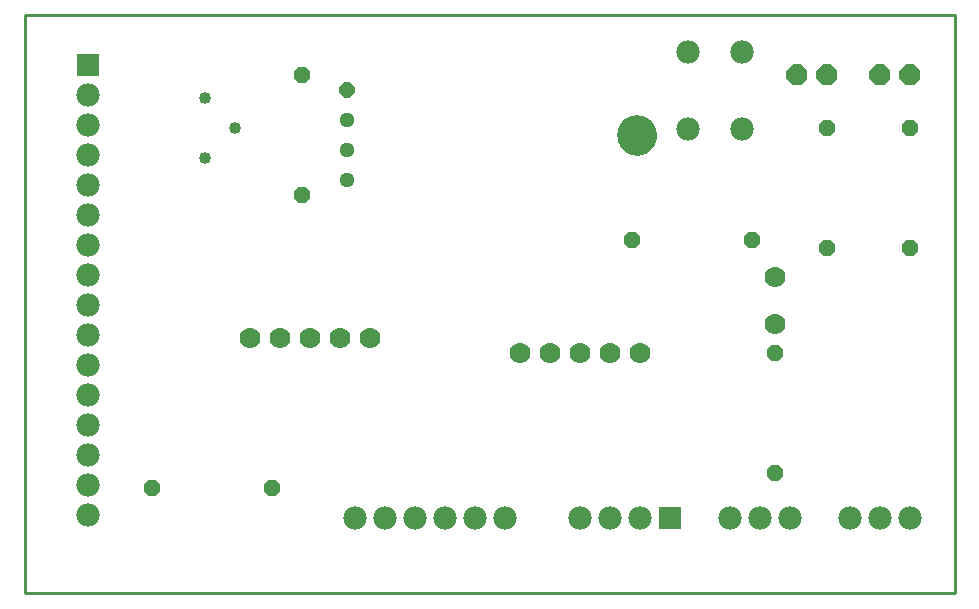
<source format=gbs>
G75*
G70*
%OFA0B0*%
%FSLAX24Y24*%
%IPPOS*%
%LPD*%
%AMOC8*
5,1,8,0,0,1.08239X$1,22.5*
%
%ADD10C,0.0100*%
%ADD11C,0.0400*%
%ADD12OC8,0.0520*%
%ADD13C,0.0700*%
%ADD14OC8,0.0512*%
%ADD15C,0.0512*%
%ADD16C,0.0000*%
%ADD17C,0.1320*%
%ADD18C,0.0780*%
%ADD19R,0.0780X0.0780*%
%ADD20OC8,0.0700*%
D10*
X004500Y000180D02*
X035500Y000180D01*
X035500Y019430D01*
X004500Y019430D01*
X004500Y000180D01*
D11*
X010500Y014680D03*
X011500Y015680D03*
X010500Y016680D03*
D12*
X013750Y017430D03*
X013750Y013430D03*
X024750Y011930D03*
X028750Y011930D03*
X031250Y011680D03*
X034000Y011680D03*
X029500Y008180D03*
X029500Y004180D03*
X012750Y003680D03*
X008750Y003680D03*
X031250Y015680D03*
X034000Y015680D03*
D13*
X029500Y010717D03*
X029500Y009143D03*
X025000Y008180D03*
X024000Y008180D03*
X023000Y008180D03*
X022000Y008180D03*
X021000Y008180D03*
X016000Y008680D03*
X015000Y008680D03*
X014000Y008680D03*
X013000Y008680D03*
X012000Y008680D03*
D14*
X015250Y016930D03*
D15*
X015250Y015930D03*
X015250Y014930D03*
X015250Y013930D03*
D16*
X024256Y015430D02*
X024258Y015480D01*
X024264Y015530D01*
X024274Y015579D01*
X024287Y015628D01*
X024305Y015675D01*
X024326Y015721D01*
X024350Y015764D01*
X024378Y015806D01*
X024409Y015846D01*
X024443Y015883D01*
X024480Y015917D01*
X024520Y015948D01*
X024562Y015976D01*
X024605Y016000D01*
X024651Y016021D01*
X024698Y016039D01*
X024747Y016052D01*
X024796Y016062D01*
X024846Y016068D01*
X024896Y016070D01*
X024946Y016068D01*
X024996Y016062D01*
X025045Y016052D01*
X025094Y016039D01*
X025141Y016021D01*
X025187Y016000D01*
X025230Y015976D01*
X025272Y015948D01*
X025312Y015917D01*
X025349Y015883D01*
X025383Y015846D01*
X025414Y015806D01*
X025442Y015764D01*
X025466Y015721D01*
X025487Y015675D01*
X025505Y015628D01*
X025518Y015579D01*
X025528Y015530D01*
X025534Y015480D01*
X025536Y015430D01*
X025534Y015380D01*
X025528Y015330D01*
X025518Y015281D01*
X025505Y015232D01*
X025487Y015185D01*
X025466Y015139D01*
X025442Y015096D01*
X025414Y015054D01*
X025383Y015014D01*
X025349Y014977D01*
X025312Y014943D01*
X025272Y014912D01*
X025230Y014884D01*
X025187Y014860D01*
X025141Y014839D01*
X025094Y014821D01*
X025045Y014808D01*
X024996Y014798D01*
X024946Y014792D01*
X024896Y014790D01*
X024846Y014792D01*
X024796Y014798D01*
X024747Y014808D01*
X024698Y014821D01*
X024651Y014839D01*
X024605Y014860D01*
X024562Y014884D01*
X024520Y014912D01*
X024480Y014943D01*
X024443Y014977D01*
X024409Y015014D01*
X024378Y015054D01*
X024350Y015096D01*
X024326Y015139D01*
X024305Y015185D01*
X024287Y015232D01*
X024274Y015281D01*
X024264Y015330D01*
X024258Y015380D01*
X024256Y015430D01*
D17*
X024896Y015430D03*
D18*
X026610Y015650D03*
X028390Y015650D03*
X028390Y018210D03*
X026610Y018210D03*
X006602Y016778D03*
X006602Y015778D03*
X006602Y014778D03*
X006602Y013778D03*
X006602Y012778D03*
X006602Y011778D03*
X006602Y010778D03*
X006602Y009778D03*
X006602Y008778D03*
X006602Y007778D03*
X006602Y006778D03*
X006602Y005778D03*
X006602Y004778D03*
X006602Y003778D03*
X006602Y002778D03*
X015500Y002680D03*
X016500Y002680D03*
X017500Y002680D03*
X018500Y002680D03*
X019500Y002680D03*
X020500Y002680D03*
X023000Y002680D03*
X024000Y002680D03*
X025000Y002680D03*
X028000Y002680D03*
X029000Y002680D03*
X030000Y002680D03*
X032000Y002680D03*
X033000Y002680D03*
X034000Y002680D03*
D19*
X026000Y002680D03*
X006602Y017778D03*
D20*
X030250Y017430D03*
X031250Y017430D03*
X033000Y017430D03*
X034000Y017430D03*
M02*

</source>
